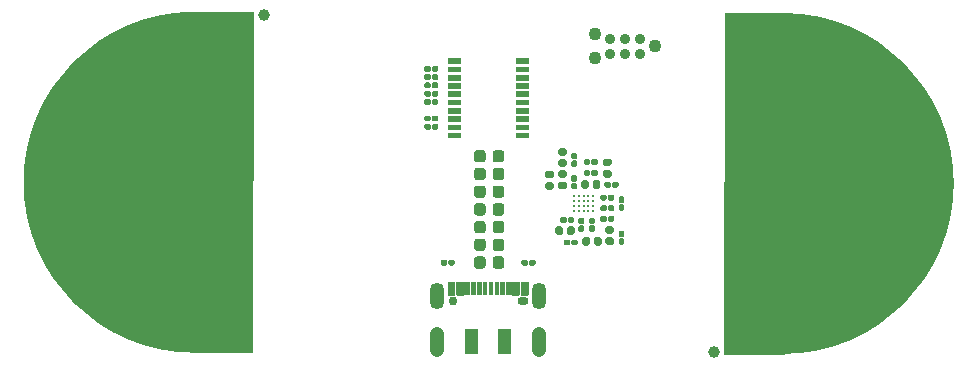
<source format=gbr>
%TF.GenerationSoftware,KiCad,Pcbnew,5.1.10-88a1d61d58~90~ubuntu20.04.1*%
%TF.CreationDate,2021-08-18T17:07:53+02:00*%
%TF.ProjectId,s1-ecg-demo,73312d65-6367-42d6-9465-6d6f2e6b6963,1*%
%TF.SameCoordinates,Original*%
%TF.FileFunction,Soldermask,Top*%
%TF.FilePolarity,Negative*%
%FSLAX46Y46*%
G04 Gerber Fmt 4.6, Leading zero omitted, Abs format (unit mm)*
G04 Created by KiCad (PCBNEW 5.1.10-88a1d61d58~90~ubuntu20.04.1) date 2021-08-18 17:07:53*
%MOMM*%
%LPD*%
G01*
G04 APERTURE LIST*
%ADD10C,0.100000*%
%ADD11C,1.900000*%
%ADD12C,0.750000*%
%ADD13O,0.950000X0.750000*%
%ADD14O,1.258000X2.558000*%
%ADD15O,1.258000X2.258000*%
%ADD16C,0.887400*%
%ADD17C,1.090600*%
%ADD18C,0.320000*%
%ADD19C,1.000000*%
G04 APERTURE END LIST*
D10*
G36*
X119150000Y-117900000D02*
G01*
X114050000Y-117900000D01*
X105000000Y-114500000D01*
X100100000Y-103500000D01*
X105000000Y-92600000D01*
X114200000Y-89100000D01*
X119200000Y-89100000D01*
X119150000Y-117900000D01*
G37*
X119150000Y-117900000D02*
X114050000Y-117900000D01*
X105000000Y-114500000D01*
X100100000Y-103500000D01*
X105000000Y-92600000D01*
X114200000Y-89100000D01*
X119200000Y-89100000D01*
X119150000Y-117900000D01*
D11*
X114200000Y-117000000D02*
G75*
G02*
X114200000Y-90000000I0J13500000D01*
G01*
X164100000Y-90100000D02*
G75*
G02*
X164100000Y-117100000I0J-13500000D01*
G01*
D10*
G36*
X173300000Y-92600000D02*
G01*
X178200000Y-103600000D01*
X173300000Y-114500000D01*
X164100000Y-118000000D01*
X159100000Y-118000000D01*
X159150000Y-89200000D01*
X164250000Y-89200000D01*
X173300000Y-92600000D01*
G37*
X173300000Y-92600000D02*
X178200000Y-103600000D01*
X173300000Y-114500000D01*
X164100000Y-118000000D01*
X159100000Y-118000000D01*
X159150000Y-89200000D01*
X164250000Y-89200000D01*
X173300000Y-92600000D01*
%TO.C,MOD1*%
G36*
X136774201Y-93490000D02*
G01*
X135674201Y-93490000D01*
X135674201Y-93010000D01*
X136774201Y-93010000D01*
X136774201Y-93490000D01*
G37*
G36*
X136774201Y-94190000D02*
G01*
X135674201Y-94190000D01*
X135674201Y-93710000D01*
X136774201Y-93710000D01*
X136774201Y-94190000D01*
G37*
G36*
X136774201Y-94890000D02*
G01*
X135674201Y-94890000D01*
X135674201Y-94410000D01*
X136774201Y-94410000D01*
X136774201Y-94890000D01*
G37*
G36*
X136774201Y-95590000D02*
G01*
X135674201Y-95590000D01*
X135674201Y-95110000D01*
X136774201Y-95110000D01*
X136774201Y-95590000D01*
G37*
G36*
X136774201Y-96290000D02*
G01*
X135674201Y-96290000D01*
X135674201Y-95810000D01*
X136774201Y-95810000D01*
X136774201Y-96290000D01*
G37*
G36*
X136774201Y-96990000D02*
G01*
X135674201Y-96990000D01*
X135674201Y-96510000D01*
X136774201Y-96510000D01*
X136774201Y-96990000D01*
G37*
G36*
X136774201Y-97690000D02*
G01*
X135674201Y-97690000D01*
X135674201Y-97210000D01*
X136774201Y-97210000D01*
X136774201Y-97690000D01*
G37*
G36*
X136774201Y-98390000D02*
G01*
X135674201Y-98390000D01*
X135674201Y-97910000D01*
X136774201Y-97910000D01*
X136774201Y-98390000D01*
G37*
G36*
X136774201Y-99090000D02*
G01*
X135674201Y-99090000D01*
X135674201Y-98610000D01*
X136774201Y-98610000D01*
X136774201Y-99090000D01*
G37*
G36*
X136774201Y-99790000D02*
G01*
X135674201Y-99790000D01*
X135674201Y-99310000D01*
X136774201Y-99310000D01*
X136774201Y-99790000D01*
G37*
G36*
X142574201Y-99790000D02*
G01*
X141474201Y-99790000D01*
X141474201Y-99310000D01*
X142574201Y-99310000D01*
X142574201Y-99790000D01*
G37*
G36*
X142574201Y-99090000D02*
G01*
X141474201Y-99090000D01*
X141474201Y-98610000D01*
X142574201Y-98610000D01*
X142574201Y-99090000D01*
G37*
G36*
X142574201Y-98390000D02*
G01*
X141474201Y-98390000D01*
X141474201Y-97910000D01*
X142574201Y-97910000D01*
X142574201Y-98390000D01*
G37*
G36*
X142574201Y-97690000D02*
G01*
X141474201Y-97690000D01*
X141474201Y-97210000D01*
X142574201Y-97210000D01*
X142574201Y-97690000D01*
G37*
G36*
X142574201Y-96990000D02*
G01*
X141474201Y-96990000D01*
X141474201Y-96510000D01*
X142574201Y-96510000D01*
X142574201Y-96990000D01*
G37*
G36*
X142574201Y-96290000D02*
G01*
X141474201Y-96290000D01*
X141474201Y-95810000D01*
X142574201Y-95810000D01*
X142574201Y-96290000D01*
G37*
G36*
X142574201Y-95590000D02*
G01*
X141474201Y-95590000D01*
X141474201Y-95110000D01*
X142574201Y-95110000D01*
X142574201Y-95590000D01*
G37*
G36*
X142574201Y-94890000D02*
G01*
X141474201Y-94890000D01*
X141474201Y-94410000D01*
X142574201Y-94410000D01*
X142574201Y-94890000D01*
G37*
G36*
X142574201Y-94190000D02*
G01*
X141474201Y-94190000D01*
X141474201Y-93710000D01*
X142574201Y-93710000D01*
X142574201Y-94190000D01*
G37*
G36*
X142574201Y-93490000D02*
G01*
X141474201Y-93490000D01*
X141474201Y-93010000D01*
X142574201Y-93010000D01*
X142574201Y-93490000D01*
G37*
G36*
X119150000Y-117900000D02*
G01*
X114050000Y-117900000D01*
X105000000Y-114500000D01*
X100100000Y-103500000D01*
X105000000Y-92600000D01*
X114200000Y-89100000D01*
X119200000Y-89100000D01*
X119150000Y-117900000D01*
G37*
X119150000Y-117900000D02*
X114050000Y-117900000D01*
X105000000Y-114500000D01*
X100100000Y-103500000D01*
X105000000Y-92600000D01*
X114200000Y-89100000D01*
X119200000Y-89100000D01*
X119150000Y-117900000D01*
D11*
X114200000Y-117000000D02*
G75*
G02*
X114200000Y-90000000I0J13500000D01*
G01*
X164100000Y-90100000D02*
G75*
G02*
X164100000Y-117100000I0J-13500000D01*
G01*
D10*
G36*
X173300000Y-92600000D02*
G01*
X178200000Y-103600000D01*
X173300000Y-114500000D01*
X164100000Y-118000000D01*
X159100000Y-118000000D01*
X159150000Y-89200000D01*
X164250000Y-89200000D01*
X173300000Y-92600000D01*
G37*
X173300000Y-92600000D02*
X178200000Y-103600000D01*
X173300000Y-114500000D01*
X164100000Y-118000000D01*
X159100000Y-118000000D01*
X159150000Y-89200000D01*
X164250000Y-89200000D01*
X173300000Y-92600000D01*
G36*
X136774201Y-93490000D02*
G01*
X135674201Y-93490000D01*
X135674201Y-93010000D01*
X136774201Y-93010000D01*
X136774201Y-93490000D01*
G37*
G36*
X136774201Y-94190000D02*
G01*
X135674201Y-94190000D01*
X135674201Y-93710000D01*
X136774201Y-93710000D01*
X136774201Y-94190000D01*
G37*
G36*
X136774201Y-94890000D02*
G01*
X135674201Y-94890000D01*
X135674201Y-94410000D01*
X136774201Y-94410000D01*
X136774201Y-94890000D01*
G37*
G36*
X136774201Y-95590000D02*
G01*
X135674201Y-95590000D01*
X135674201Y-95110000D01*
X136774201Y-95110000D01*
X136774201Y-95590000D01*
G37*
G36*
X136774201Y-96290000D02*
G01*
X135674201Y-96290000D01*
X135674201Y-95810000D01*
X136774201Y-95810000D01*
X136774201Y-96290000D01*
G37*
G36*
X136774201Y-96990000D02*
G01*
X135674201Y-96990000D01*
X135674201Y-96510000D01*
X136774201Y-96510000D01*
X136774201Y-96990000D01*
G37*
G36*
X136774201Y-97690000D02*
G01*
X135674201Y-97690000D01*
X135674201Y-97210000D01*
X136774201Y-97210000D01*
X136774201Y-97690000D01*
G37*
G36*
X136774201Y-98390000D02*
G01*
X135674201Y-98390000D01*
X135674201Y-97910000D01*
X136774201Y-97910000D01*
X136774201Y-98390000D01*
G37*
G36*
X136774201Y-99090000D02*
G01*
X135674201Y-99090000D01*
X135674201Y-98610000D01*
X136774201Y-98610000D01*
X136774201Y-99090000D01*
G37*
G36*
X136774201Y-99790000D02*
G01*
X135674201Y-99790000D01*
X135674201Y-99310000D01*
X136774201Y-99310000D01*
X136774201Y-99790000D01*
G37*
G36*
X142574201Y-99790000D02*
G01*
X141474201Y-99790000D01*
X141474201Y-99310000D01*
X142574201Y-99310000D01*
X142574201Y-99790000D01*
G37*
G36*
X142574201Y-99090000D02*
G01*
X141474201Y-99090000D01*
X141474201Y-98610000D01*
X142574201Y-98610000D01*
X142574201Y-99090000D01*
G37*
G36*
X142574201Y-98390000D02*
G01*
X141474201Y-98390000D01*
X141474201Y-97910000D01*
X142574201Y-97910000D01*
X142574201Y-98390000D01*
G37*
G36*
X142574201Y-97690000D02*
G01*
X141474201Y-97690000D01*
X141474201Y-97210000D01*
X142574201Y-97210000D01*
X142574201Y-97690000D01*
G37*
G36*
X142574201Y-96990000D02*
G01*
X141474201Y-96990000D01*
X141474201Y-96510000D01*
X142574201Y-96510000D01*
X142574201Y-96990000D01*
G37*
G36*
X142574201Y-96290000D02*
G01*
X141474201Y-96290000D01*
X141474201Y-95810000D01*
X142574201Y-95810000D01*
X142574201Y-96290000D01*
G37*
G36*
X142574201Y-95590000D02*
G01*
X141474201Y-95590000D01*
X141474201Y-95110000D01*
X142574201Y-95110000D01*
X142574201Y-95590000D01*
G37*
G36*
X142574201Y-94890000D02*
G01*
X141474201Y-94890000D01*
X141474201Y-94410000D01*
X142574201Y-94410000D01*
X142574201Y-94890000D01*
G37*
G36*
X142574201Y-94190000D02*
G01*
X141474201Y-94190000D01*
X141474201Y-93710000D01*
X142574201Y-93710000D01*
X142574201Y-94190000D01*
G37*
G36*
X142574201Y-93490000D02*
G01*
X141474201Y-93490000D01*
X141474201Y-93010000D01*
X142574201Y-93010000D01*
X142574201Y-93490000D01*
G37*
%TD*%
%TO.C,C8*%
G36*
G01*
X144495000Y-103170000D02*
X144105000Y-103170000D01*
G75*
G02*
X143940000Y-103005000I0J165000D01*
G01*
X143940000Y-102675000D01*
G75*
G02*
X144105000Y-102510000I165000J0D01*
G01*
X144495000Y-102510000D01*
G75*
G02*
X144660000Y-102675000I0J-165000D01*
G01*
X144660000Y-103005000D01*
G75*
G02*
X144495000Y-103170000I-165000J0D01*
G01*
G37*
G36*
G01*
X144495000Y-104130000D02*
X144105000Y-104130000D01*
G75*
G02*
X143940000Y-103965000I0J165000D01*
G01*
X143940000Y-103635000D01*
G75*
G02*
X144105000Y-103470000I165000J0D01*
G01*
X144495000Y-103470000D01*
G75*
G02*
X144660000Y-103635000I0J-165000D01*
G01*
X144660000Y-103965000D01*
G75*
G02*
X144495000Y-104130000I-165000J0D01*
G01*
G37*
%TD*%
%TO.C,J4*%
G36*
G01*
X135670600Y-113046101D02*
X135670600Y-111953899D01*
G75*
G02*
X135720599Y-111903900I49999J0D01*
G01*
X136279401Y-111903900D01*
G75*
G02*
X136329400Y-111953899I0J-49999D01*
G01*
X136329400Y-113046101D01*
G75*
G02*
X136279401Y-113096100I-49999J0D01*
G01*
X135720599Y-113096100D01*
G75*
G02*
X135670600Y-113046101I0J49999D01*
G01*
G37*
G36*
G01*
X136420599Y-113046101D02*
X136420599Y-111953899D01*
G75*
G02*
X136470598Y-111903900I49999J0D01*
G01*
X137029400Y-111903900D01*
G75*
G02*
X137079399Y-111953899I0J-49999D01*
G01*
X137079399Y-113046101D01*
G75*
G02*
X137029400Y-113096100I-49999J0D01*
G01*
X136470598Y-113096100D01*
G75*
G02*
X136420599Y-113046101I0J49999D01*
G01*
G37*
G36*
G01*
X137147601Y-113020700D02*
X137147601Y-111979300D01*
G75*
G02*
X137197601Y-111929300I50000J0D01*
G01*
X137502401Y-111929300D01*
G75*
G02*
X137552401Y-111979300I0J-50000D01*
G01*
X137552401Y-113020700D01*
G75*
G02*
X137502401Y-113070700I-50000J0D01*
G01*
X137197601Y-113070700D01*
G75*
G02*
X137147601Y-113020700I0J50000D01*
G01*
G37*
G36*
G01*
X137647600Y-113020700D02*
X137647600Y-111979300D01*
G75*
G02*
X137697600Y-111929300I50000J0D01*
G01*
X138002400Y-111929300D01*
G75*
G02*
X138052400Y-111979300I0J-50000D01*
G01*
X138052400Y-113020700D01*
G75*
G02*
X138002400Y-113070700I-50000J0D01*
G01*
X137697600Y-113070700D01*
G75*
G02*
X137647600Y-113020700I0J50000D01*
G01*
G37*
G36*
G01*
X138147599Y-113020700D02*
X138147599Y-111979300D01*
G75*
G02*
X138197599Y-111929300I50000J0D01*
G01*
X138502399Y-111929300D01*
G75*
G02*
X138552399Y-111979300I0J-50000D01*
G01*
X138552399Y-113020700D01*
G75*
G02*
X138502399Y-113070700I-50000J0D01*
G01*
X138197599Y-113070700D01*
G75*
G02*
X138147599Y-113020700I0J50000D01*
G01*
G37*
G36*
G01*
X138647600Y-113020700D02*
X138647600Y-111979300D01*
G75*
G02*
X138697600Y-111929300I50000J0D01*
G01*
X139002400Y-111929300D01*
G75*
G02*
X139052400Y-111979300I0J-50000D01*
G01*
X139052400Y-113020700D01*
G75*
G02*
X139002400Y-113070700I-50000J0D01*
G01*
X138697600Y-113070700D01*
G75*
G02*
X138647600Y-113020700I0J50000D01*
G01*
G37*
G36*
G01*
X139147599Y-113020700D02*
X139147599Y-111979300D01*
G75*
G02*
X139197599Y-111929300I50000J0D01*
G01*
X139502399Y-111929300D01*
G75*
G02*
X139552399Y-111979300I0J-50000D01*
G01*
X139552399Y-113020700D01*
G75*
G02*
X139502399Y-113070700I-50000J0D01*
G01*
X139197599Y-113070700D01*
G75*
G02*
X139147599Y-113020700I0J50000D01*
G01*
G37*
G36*
G01*
X139647601Y-113020700D02*
X139647601Y-111979300D01*
G75*
G02*
X139697601Y-111929300I50000J0D01*
G01*
X140002401Y-111929300D01*
G75*
G02*
X140052401Y-111979300I0J-50000D01*
G01*
X140052401Y-113020700D01*
G75*
G02*
X140002401Y-113070700I-50000J0D01*
G01*
X139697601Y-113070700D01*
G75*
G02*
X139647601Y-113020700I0J50000D01*
G01*
G37*
G36*
G01*
X140147600Y-113020700D02*
X140147600Y-111979300D01*
G75*
G02*
X140197600Y-111929300I50000J0D01*
G01*
X140502400Y-111929300D01*
G75*
G02*
X140552400Y-111979300I0J-50000D01*
G01*
X140552400Y-113020700D01*
G75*
G02*
X140502400Y-113070700I-50000J0D01*
G01*
X140197600Y-113070700D01*
G75*
G02*
X140147600Y-113020700I0J50000D01*
G01*
G37*
G36*
G01*
X140647599Y-113020700D02*
X140647599Y-111979300D01*
G75*
G02*
X140697599Y-111929300I50000J0D01*
G01*
X141002399Y-111929300D01*
G75*
G02*
X141052399Y-111979300I0J-50000D01*
G01*
X141052399Y-113020700D01*
G75*
G02*
X141002399Y-113070700I-50000J0D01*
G01*
X140697599Y-113070700D01*
G75*
G02*
X140647599Y-113020700I0J50000D01*
G01*
G37*
G36*
G01*
X141120600Y-113046101D02*
X141120600Y-111953899D01*
G75*
G02*
X141170599Y-111903900I49999J0D01*
G01*
X141729401Y-111903900D01*
G75*
G02*
X141779400Y-111953899I0J-49999D01*
G01*
X141779400Y-113046101D01*
G75*
G02*
X141729401Y-113096100I-49999J0D01*
G01*
X141170599Y-113096100D01*
G75*
G02*
X141120600Y-113046101I0J49999D01*
G01*
G37*
G36*
G01*
X141870599Y-113046101D02*
X141870599Y-111953899D01*
G75*
G02*
X141920598Y-111903900I49999J0D01*
G01*
X142479400Y-111903900D01*
G75*
G02*
X142529399Y-111953899I0J-49999D01*
G01*
X142529399Y-113046101D01*
G75*
G02*
X142479400Y-113096100I-49999J0D01*
G01*
X141920598Y-113096100D01*
G75*
G02*
X141870599Y-113046101I0J49999D01*
G01*
G37*
G36*
G01*
X138195300Y-118049300D02*
X137204700Y-118049300D01*
G75*
G02*
X137154700Y-117999300I0J50000D01*
G01*
X137154700Y-115992700D01*
G75*
G02*
X137204700Y-115942700I50000J0D01*
G01*
X138195300Y-115942700D01*
G75*
G02*
X138245300Y-115992700I0J-50000D01*
G01*
X138245300Y-117999300D01*
G75*
G02*
X138195300Y-118049300I-50000J0D01*
G01*
G37*
G36*
G01*
X140995299Y-118049300D02*
X140004699Y-118049300D01*
G75*
G02*
X139954699Y-117999300I0J50000D01*
G01*
X139954699Y-115992700D01*
G75*
G02*
X140004699Y-115942700I50000J0D01*
G01*
X140995299Y-115942700D01*
G75*
G02*
X141045299Y-115992700I0J-50000D01*
G01*
X141045299Y-117999300D01*
G75*
G02*
X140995299Y-118049300I-50000J0D01*
G01*
G37*
D12*
X136100000Y-113554000D03*
D13*
X142099999Y-113554001D03*
D14*
X134779998Y-116996000D03*
D15*
X134779998Y-113170999D03*
D14*
X143420001Y-116996000D03*
D15*
X143419601Y-113170999D03*
%TD*%
%TO.C,R22*%
G36*
G01*
X135720000Y-110425000D02*
X135720000Y-110175000D01*
G75*
G02*
X135845000Y-110050000I125000J0D01*
G01*
X136155000Y-110050000D01*
G75*
G02*
X136280000Y-110175000I0J-125000D01*
G01*
X136280000Y-110425000D01*
G75*
G02*
X136155000Y-110550000I-125000J0D01*
G01*
X135845000Y-110550000D01*
G75*
G02*
X135720000Y-110425000I0J125000D01*
G01*
G37*
G36*
G01*
X135080000Y-110425000D02*
X135080000Y-110175000D01*
G75*
G02*
X135205000Y-110050000I125000J0D01*
G01*
X135515000Y-110050000D01*
G75*
G02*
X135640000Y-110175000I0J-125000D01*
G01*
X135640000Y-110425000D01*
G75*
G02*
X135515000Y-110550000I-125000J0D01*
G01*
X135205000Y-110550000D01*
G75*
G02*
X135080000Y-110425000I0J125000D01*
G01*
G37*
%TD*%
%TO.C,LED4*%
G36*
G01*
X138895799Y-107018750D02*
X138895799Y-107581250D01*
G75*
G02*
X138652049Y-107825000I-243750J0D01*
G01*
X138164549Y-107825000D01*
G75*
G02*
X137920799Y-107581250I0J243750D01*
G01*
X137920799Y-107018750D01*
G75*
G02*
X138164549Y-106775000I243750J0D01*
G01*
X138652049Y-106775000D01*
G75*
G02*
X138895799Y-107018750I0J-243750D01*
G01*
G37*
G36*
G01*
X140470799Y-107018750D02*
X140470799Y-107581250D01*
G75*
G02*
X140227049Y-107825000I-243750J0D01*
G01*
X139739549Y-107825000D01*
G75*
G02*
X139495799Y-107581250I0J243750D01*
G01*
X139495799Y-107018750D01*
G75*
G02*
X139739549Y-106775000I243750J0D01*
G01*
X140227049Y-106775000D01*
G75*
G02*
X140470799Y-107018750I0J-243750D01*
G01*
G37*
%TD*%
%TO.C,R13*%
G36*
G01*
X148025000Y-107060000D02*
X147775000Y-107060000D01*
G75*
G02*
X147650000Y-106935000I0J125000D01*
G01*
X147650000Y-106625000D01*
G75*
G02*
X147775000Y-106500000I125000J0D01*
G01*
X148025000Y-106500000D01*
G75*
G02*
X148150000Y-106625000I0J-125000D01*
G01*
X148150000Y-106935000D01*
G75*
G02*
X148025000Y-107060000I-125000J0D01*
G01*
G37*
G36*
G01*
X148025000Y-107700000D02*
X147775000Y-107700000D01*
G75*
G02*
X147650000Y-107575000I0J125000D01*
G01*
X147650000Y-107265000D01*
G75*
G02*
X147775000Y-107140000I125000J0D01*
G01*
X148025000Y-107140000D01*
G75*
G02*
X148150000Y-107265000I0J-125000D01*
G01*
X148150000Y-107575000D01*
G75*
G02*
X148025000Y-107700000I-125000J0D01*
G01*
G37*
%TD*%
%TO.C,R20*%
G36*
G01*
X134340000Y-96825000D02*
X134340000Y-96575000D01*
G75*
G02*
X134465000Y-96450000I125000J0D01*
G01*
X134775000Y-96450000D01*
G75*
G02*
X134900000Y-96575000I0J-125000D01*
G01*
X134900000Y-96825000D01*
G75*
G02*
X134775000Y-96950000I-125000J0D01*
G01*
X134465000Y-96950000D01*
G75*
G02*
X134340000Y-96825000I0J125000D01*
G01*
G37*
G36*
G01*
X133700000Y-96825000D02*
X133700000Y-96575000D01*
G75*
G02*
X133825000Y-96450000I125000J0D01*
G01*
X134135000Y-96450000D01*
G75*
G02*
X134260000Y-96575000I0J-125000D01*
G01*
X134260000Y-96825000D01*
G75*
G02*
X134135000Y-96950000I-125000J0D01*
G01*
X133825000Y-96950000D01*
G75*
G02*
X133700000Y-96825000I0J125000D01*
G01*
G37*
%TD*%
%TO.C,R17*%
G36*
G01*
X134340000Y-98225000D02*
X134340000Y-97975000D01*
G75*
G02*
X134465000Y-97850000I125000J0D01*
G01*
X134775000Y-97850000D01*
G75*
G02*
X134900000Y-97975000I0J-125000D01*
G01*
X134900000Y-98225000D01*
G75*
G02*
X134775000Y-98350000I-125000J0D01*
G01*
X134465000Y-98350000D01*
G75*
G02*
X134340000Y-98225000I0J125000D01*
G01*
G37*
G36*
G01*
X133700000Y-98225000D02*
X133700000Y-97975000D01*
G75*
G02*
X133825000Y-97850000I125000J0D01*
G01*
X134135000Y-97850000D01*
G75*
G02*
X134260000Y-97975000I0J-125000D01*
G01*
X134260000Y-98225000D01*
G75*
G02*
X134135000Y-98350000I-125000J0D01*
G01*
X133825000Y-98350000D01*
G75*
G02*
X133700000Y-98225000I0J125000D01*
G01*
G37*
%TD*%
%TO.C,R16*%
G36*
G01*
X134340000Y-98925000D02*
X134340000Y-98675000D01*
G75*
G02*
X134465000Y-98550000I125000J0D01*
G01*
X134775000Y-98550000D01*
G75*
G02*
X134900000Y-98675000I0J-125000D01*
G01*
X134900000Y-98925000D01*
G75*
G02*
X134775000Y-99050000I-125000J0D01*
G01*
X134465000Y-99050000D01*
G75*
G02*
X134340000Y-98925000I0J125000D01*
G01*
G37*
G36*
G01*
X133700000Y-98925000D02*
X133700000Y-98675000D01*
G75*
G02*
X133825000Y-98550000I125000J0D01*
G01*
X134135000Y-98550000D01*
G75*
G02*
X134260000Y-98675000I0J-125000D01*
G01*
X134260000Y-98925000D01*
G75*
G02*
X134135000Y-99050000I-125000J0D01*
G01*
X133825000Y-99050000D01*
G75*
G02*
X133700000Y-98925000I0J125000D01*
G01*
G37*
%TD*%
%TO.C,R15*%
G36*
G01*
X134340000Y-95425000D02*
X134340000Y-95175000D01*
G75*
G02*
X134465000Y-95050000I125000J0D01*
G01*
X134775000Y-95050000D01*
G75*
G02*
X134900000Y-95175000I0J-125000D01*
G01*
X134900000Y-95425000D01*
G75*
G02*
X134775000Y-95550000I-125000J0D01*
G01*
X134465000Y-95550000D01*
G75*
G02*
X134340000Y-95425000I0J125000D01*
G01*
G37*
G36*
G01*
X133700000Y-95425000D02*
X133700000Y-95175000D01*
G75*
G02*
X133825000Y-95050000I125000J0D01*
G01*
X134135000Y-95050000D01*
G75*
G02*
X134260000Y-95175000I0J-125000D01*
G01*
X134260000Y-95425000D01*
G75*
G02*
X134135000Y-95550000I-125000J0D01*
G01*
X133825000Y-95550000D01*
G75*
G02*
X133700000Y-95425000I0J125000D01*
G01*
G37*
%TD*%
%TO.C,R14*%
G36*
G01*
X134340000Y-94725000D02*
X134340000Y-94475000D01*
G75*
G02*
X134465000Y-94350000I125000J0D01*
G01*
X134775000Y-94350000D01*
G75*
G02*
X134900000Y-94475000I0J-125000D01*
G01*
X134900000Y-94725000D01*
G75*
G02*
X134775000Y-94850000I-125000J0D01*
G01*
X134465000Y-94850000D01*
G75*
G02*
X134340000Y-94725000I0J125000D01*
G01*
G37*
G36*
G01*
X133700000Y-94725000D02*
X133700000Y-94475000D01*
G75*
G02*
X133825000Y-94350000I125000J0D01*
G01*
X134135000Y-94350000D01*
G75*
G02*
X134260000Y-94475000I0J-125000D01*
G01*
X134260000Y-94725000D01*
G75*
G02*
X134135000Y-94850000I-125000J0D01*
G01*
X133825000Y-94850000D01*
G75*
G02*
X133700000Y-94725000I0J125000D01*
G01*
G37*
%TD*%
%TO.C,R6*%
G36*
G01*
X134340000Y-94025000D02*
X134340000Y-93775000D01*
G75*
G02*
X134465000Y-93650000I125000J0D01*
G01*
X134775000Y-93650000D01*
G75*
G02*
X134900000Y-93775000I0J-125000D01*
G01*
X134900000Y-94025000D01*
G75*
G02*
X134775000Y-94150000I-125000J0D01*
G01*
X134465000Y-94150000D01*
G75*
G02*
X134340000Y-94025000I0J125000D01*
G01*
G37*
G36*
G01*
X133700000Y-94025000D02*
X133700000Y-93775000D01*
G75*
G02*
X133825000Y-93650000I125000J0D01*
G01*
X134135000Y-93650000D01*
G75*
G02*
X134260000Y-93775000I0J-125000D01*
G01*
X134260000Y-94025000D01*
G75*
G02*
X134135000Y-94150000I-125000J0D01*
G01*
X133825000Y-94150000D01*
G75*
G02*
X133700000Y-94025000I0J125000D01*
G01*
G37*
%TD*%
%TO.C,R21*%
G36*
G01*
X146525000Y-101560000D02*
X146275000Y-101560000D01*
G75*
G02*
X146150000Y-101435000I0J125000D01*
G01*
X146150000Y-101125000D01*
G75*
G02*
X146275000Y-101000000I125000J0D01*
G01*
X146525000Y-101000000D01*
G75*
G02*
X146650000Y-101125000I0J-125000D01*
G01*
X146650000Y-101435000D01*
G75*
G02*
X146525000Y-101560000I-125000J0D01*
G01*
G37*
G36*
G01*
X146525000Y-102200000D02*
X146275000Y-102200000D01*
G75*
G02*
X146150000Y-102075000I0J125000D01*
G01*
X146150000Y-101765000D01*
G75*
G02*
X146275000Y-101640000I125000J0D01*
G01*
X146525000Y-101640000D01*
G75*
G02*
X146650000Y-101765000I0J-125000D01*
G01*
X146650000Y-102075000D01*
G75*
G02*
X146525000Y-102200000I-125000J0D01*
G01*
G37*
%TD*%
%TO.C,R19*%
G36*
G01*
X146275000Y-103540000D02*
X146525000Y-103540000D01*
G75*
G02*
X146650000Y-103665000I0J-125000D01*
G01*
X146650000Y-103975000D01*
G75*
G02*
X146525000Y-104100000I-125000J0D01*
G01*
X146275000Y-104100000D01*
G75*
G02*
X146150000Y-103975000I0J125000D01*
G01*
X146150000Y-103665000D01*
G75*
G02*
X146275000Y-103540000I125000J0D01*
G01*
G37*
G36*
G01*
X146275000Y-102900000D02*
X146525000Y-102900000D01*
G75*
G02*
X146650000Y-103025000I0J-125000D01*
G01*
X146650000Y-103335000D01*
G75*
G02*
X146525000Y-103460000I-125000J0D01*
G01*
X146275000Y-103460000D01*
G75*
G02*
X146150000Y-103335000I0J125000D01*
G01*
X146150000Y-103025000D01*
G75*
G02*
X146275000Y-102900000I125000J0D01*
G01*
G37*
%TD*%
%TO.C,R18*%
G36*
G01*
X147840000Y-102825000D02*
X147840000Y-102575000D01*
G75*
G02*
X147965000Y-102450000I125000J0D01*
G01*
X148275000Y-102450000D01*
G75*
G02*
X148400000Y-102575000I0J-125000D01*
G01*
X148400000Y-102825000D01*
G75*
G02*
X148275000Y-102950000I-125000J0D01*
G01*
X147965000Y-102950000D01*
G75*
G02*
X147840000Y-102825000I0J125000D01*
G01*
G37*
G36*
G01*
X147200000Y-102825000D02*
X147200000Y-102575000D01*
G75*
G02*
X147325000Y-102450000I125000J0D01*
G01*
X147635000Y-102450000D01*
G75*
G02*
X147760000Y-102575000I0J-125000D01*
G01*
X147760000Y-102825000D01*
G75*
G02*
X147635000Y-102950000I-125000J0D01*
G01*
X147325000Y-102950000D01*
G75*
G02*
X147200000Y-102825000I0J125000D01*
G01*
G37*
%TD*%
%TO.C,R12*%
G36*
G01*
X149240000Y-105825000D02*
X149240000Y-105575000D01*
G75*
G02*
X149365000Y-105450000I125000J0D01*
G01*
X149675000Y-105450000D01*
G75*
G02*
X149800000Y-105575000I0J-125000D01*
G01*
X149800000Y-105825000D01*
G75*
G02*
X149675000Y-105950000I-125000J0D01*
G01*
X149365000Y-105950000D01*
G75*
G02*
X149240000Y-105825000I0J125000D01*
G01*
G37*
G36*
G01*
X148600000Y-105825000D02*
X148600000Y-105575000D01*
G75*
G02*
X148725000Y-105450000I125000J0D01*
G01*
X149035000Y-105450000D01*
G75*
G02*
X149160000Y-105575000I0J-125000D01*
G01*
X149160000Y-105825000D01*
G75*
G02*
X149035000Y-105950000I-125000J0D01*
G01*
X148725000Y-105950000D01*
G75*
G02*
X148600000Y-105825000I0J125000D01*
G01*
G37*
%TD*%
%TO.C,R11*%
G36*
G01*
X149240000Y-104925000D02*
X149240000Y-104675000D01*
G75*
G02*
X149365000Y-104550000I125000J0D01*
G01*
X149675000Y-104550000D01*
G75*
G02*
X149800000Y-104675000I0J-125000D01*
G01*
X149800000Y-104925000D01*
G75*
G02*
X149675000Y-105050000I-125000J0D01*
G01*
X149365000Y-105050000D01*
G75*
G02*
X149240000Y-104925000I0J125000D01*
G01*
G37*
G36*
G01*
X148600000Y-104925000D02*
X148600000Y-104675000D01*
G75*
G02*
X148725000Y-104550000I125000J0D01*
G01*
X149035000Y-104550000D01*
G75*
G02*
X149160000Y-104675000I0J-125000D01*
G01*
X149160000Y-104925000D01*
G75*
G02*
X149035000Y-105050000I-125000J0D01*
G01*
X148725000Y-105050000D01*
G75*
G02*
X148600000Y-104925000I0J125000D01*
G01*
G37*
%TD*%
%TO.C,R10*%
G36*
G01*
X146060000Y-108475000D02*
X146060000Y-108725000D01*
G75*
G02*
X145935000Y-108850000I-125000J0D01*
G01*
X145625000Y-108850000D01*
G75*
G02*
X145500000Y-108725000I0J125000D01*
G01*
X145500000Y-108475000D01*
G75*
G02*
X145625000Y-108350000I125000J0D01*
G01*
X145935000Y-108350000D01*
G75*
G02*
X146060000Y-108475000I0J-125000D01*
G01*
G37*
G36*
G01*
X146700000Y-108475000D02*
X146700000Y-108725000D01*
G75*
G02*
X146575000Y-108850000I-125000J0D01*
G01*
X146265000Y-108850000D01*
G75*
G02*
X146140000Y-108725000I0J125000D01*
G01*
X146140000Y-108475000D01*
G75*
G02*
X146265000Y-108350000I125000J0D01*
G01*
X146575000Y-108350000D01*
G75*
G02*
X146700000Y-108475000I0J-125000D01*
G01*
G37*
%TD*%
%TO.C,R3*%
G36*
G01*
X150525000Y-108160000D02*
X150275000Y-108160000D01*
G75*
G02*
X150150000Y-108035000I0J125000D01*
G01*
X150150000Y-107725000D01*
G75*
G02*
X150275000Y-107600000I125000J0D01*
G01*
X150525000Y-107600000D01*
G75*
G02*
X150650000Y-107725000I0J-125000D01*
G01*
X150650000Y-108035000D01*
G75*
G02*
X150525000Y-108160000I-125000J0D01*
G01*
G37*
G36*
G01*
X150525000Y-108800000D02*
X150275000Y-108800000D01*
G75*
G02*
X150150000Y-108675000I0J125000D01*
G01*
X150150000Y-108365000D01*
G75*
G02*
X150275000Y-108240000I125000J0D01*
G01*
X150525000Y-108240000D01*
G75*
G02*
X150650000Y-108365000I0J-125000D01*
G01*
X150650000Y-108675000D01*
G75*
G02*
X150525000Y-108800000I-125000J0D01*
G01*
G37*
%TD*%
%TO.C,R8*%
G36*
G01*
X145760000Y-106575000D02*
X145760000Y-106825000D01*
G75*
G02*
X145635000Y-106950000I-125000J0D01*
G01*
X145325000Y-106950000D01*
G75*
G02*
X145200000Y-106825000I0J125000D01*
G01*
X145200000Y-106575000D01*
G75*
G02*
X145325000Y-106450000I125000J0D01*
G01*
X145635000Y-106450000D01*
G75*
G02*
X145760000Y-106575000I0J-125000D01*
G01*
G37*
G36*
G01*
X146400000Y-106575000D02*
X146400000Y-106825000D01*
G75*
G02*
X146275000Y-106950000I-125000J0D01*
G01*
X145965000Y-106950000D01*
G75*
G02*
X145840000Y-106825000I0J125000D01*
G01*
X145840000Y-106575000D01*
G75*
G02*
X145965000Y-106450000I125000J0D01*
G01*
X146275000Y-106450000D01*
G75*
G02*
X146400000Y-106575000I0J-125000D01*
G01*
G37*
%TD*%
%TO.C,R7*%
G36*
G01*
X147125000Y-107060000D02*
X146875000Y-107060000D01*
G75*
G02*
X146750000Y-106935000I0J125000D01*
G01*
X146750000Y-106625000D01*
G75*
G02*
X146875000Y-106500000I125000J0D01*
G01*
X147125000Y-106500000D01*
G75*
G02*
X147250000Y-106625000I0J-125000D01*
G01*
X147250000Y-106935000D01*
G75*
G02*
X147125000Y-107060000I-125000J0D01*
G01*
G37*
G36*
G01*
X147125000Y-107700000D02*
X146875000Y-107700000D01*
G75*
G02*
X146750000Y-107575000I0J125000D01*
G01*
X146750000Y-107265000D01*
G75*
G02*
X146875000Y-107140000I125000J0D01*
G01*
X147125000Y-107140000D01*
G75*
G02*
X147250000Y-107265000I0J-125000D01*
G01*
X147250000Y-107575000D01*
G75*
G02*
X147125000Y-107700000I-125000J0D01*
G01*
G37*
%TD*%
%TO.C,R9*%
G36*
G01*
X150275000Y-105340000D02*
X150525000Y-105340000D01*
G75*
G02*
X150650000Y-105465000I0J-125000D01*
G01*
X150650000Y-105775000D01*
G75*
G02*
X150525000Y-105900000I-125000J0D01*
G01*
X150275000Y-105900000D01*
G75*
G02*
X150150000Y-105775000I0J125000D01*
G01*
X150150000Y-105465000D01*
G75*
G02*
X150275000Y-105340000I125000J0D01*
G01*
G37*
G36*
G01*
X150275000Y-104700000D02*
X150525000Y-104700000D01*
G75*
G02*
X150650000Y-104825000I0J-125000D01*
G01*
X150650000Y-105135000D01*
G75*
G02*
X150525000Y-105260000I-125000J0D01*
G01*
X150275000Y-105260000D01*
G75*
G02*
X150150000Y-105135000I0J125000D01*
G01*
X150150000Y-104825000D01*
G75*
G02*
X150275000Y-104700000I125000J0D01*
G01*
G37*
%TD*%
%TO.C,R5*%
G36*
G01*
X149160000Y-106475000D02*
X149160000Y-106725000D01*
G75*
G02*
X149035000Y-106850000I-125000J0D01*
G01*
X148725000Y-106850000D01*
G75*
G02*
X148600000Y-106725000I0J125000D01*
G01*
X148600000Y-106475000D01*
G75*
G02*
X148725000Y-106350000I125000J0D01*
G01*
X149035000Y-106350000D01*
G75*
G02*
X149160000Y-106475000I0J-125000D01*
G01*
G37*
G36*
G01*
X149800000Y-106475000D02*
X149800000Y-106725000D01*
G75*
G02*
X149675000Y-106850000I-125000J0D01*
G01*
X149365000Y-106850000D01*
G75*
G02*
X149240000Y-106725000I0J125000D01*
G01*
X149240000Y-106475000D01*
G75*
G02*
X149365000Y-106350000I125000J0D01*
G01*
X149675000Y-106350000D01*
G75*
G02*
X149800000Y-106475000I0J-125000D01*
G01*
G37*
%TD*%
%TO.C,R2*%
G36*
G01*
X147760000Y-101675000D02*
X147760000Y-101925000D01*
G75*
G02*
X147635000Y-102050000I-125000J0D01*
G01*
X147325000Y-102050000D01*
G75*
G02*
X147200000Y-101925000I0J125000D01*
G01*
X147200000Y-101675000D01*
G75*
G02*
X147325000Y-101550000I125000J0D01*
G01*
X147635000Y-101550000D01*
G75*
G02*
X147760000Y-101675000I0J-125000D01*
G01*
G37*
G36*
G01*
X148400000Y-101675000D02*
X148400000Y-101925000D01*
G75*
G02*
X148275000Y-102050000I-125000J0D01*
G01*
X147965000Y-102050000D01*
G75*
G02*
X147840000Y-101925000I0J125000D01*
G01*
X147840000Y-101675000D01*
G75*
G02*
X147965000Y-101550000I125000J0D01*
G01*
X148275000Y-101550000D01*
G75*
G02*
X148400000Y-101675000I0J-125000D01*
G01*
G37*
%TD*%
%TO.C,R1*%
G36*
G01*
X149510000Y-103575000D02*
X149510000Y-103825000D01*
G75*
G02*
X149385000Y-103950000I-125000J0D01*
G01*
X149075000Y-103950000D01*
G75*
G02*
X148950000Y-103825000I0J125000D01*
G01*
X148950000Y-103575000D01*
G75*
G02*
X149075000Y-103450000I125000J0D01*
G01*
X149385000Y-103450000D01*
G75*
G02*
X149510000Y-103575000I0J-125000D01*
G01*
G37*
G36*
G01*
X150150000Y-103575000D02*
X150150000Y-103825000D01*
G75*
G02*
X150025000Y-103950000I-125000J0D01*
G01*
X149715000Y-103950000D01*
G75*
G02*
X149590000Y-103825000I0J125000D01*
G01*
X149590000Y-103575000D01*
G75*
G02*
X149715000Y-103450000I125000J0D01*
G01*
X150025000Y-103450000D01*
G75*
G02*
X150150000Y-103575000I0J-125000D01*
G01*
G37*
%TD*%
%TO.C,R4*%
G36*
G01*
X134340000Y-96125000D02*
X134340000Y-95875000D01*
G75*
G02*
X134465000Y-95750000I125000J0D01*
G01*
X134775000Y-95750000D01*
G75*
G02*
X134900000Y-95875000I0J-125000D01*
G01*
X134900000Y-96125000D01*
G75*
G02*
X134775000Y-96250000I-125000J0D01*
G01*
X134465000Y-96250000D01*
G75*
G02*
X134340000Y-96125000I0J125000D01*
G01*
G37*
G36*
G01*
X133700000Y-96125000D02*
X133700000Y-95875000D01*
G75*
G02*
X133825000Y-95750000I125000J0D01*
G01*
X134135000Y-95750000D01*
G75*
G02*
X134260000Y-95875000I0J-125000D01*
G01*
X134260000Y-96125000D01*
G75*
G02*
X134135000Y-96250000I-125000J0D01*
G01*
X133825000Y-96250000D01*
G75*
G02*
X133700000Y-96125000I0J125000D01*
G01*
G37*
%TD*%
%TO.C,R23*%
G36*
G01*
X142480000Y-110175000D02*
X142480000Y-110425000D01*
G75*
G02*
X142355000Y-110550000I-125000J0D01*
G01*
X142045000Y-110550000D01*
G75*
G02*
X141920000Y-110425000I0J125000D01*
G01*
X141920000Y-110175000D01*
G75*
G02*
X142045000Y-110050000I125000J0D01*
G01*
X142355000Y-110050000D01*
G75*
G02*
X142480000Y-110175000I0J-125000D01*
G01*
G37*
G36*
G01*
X143120000Y-110175000D02*
X143120000Y-110425000D01*
G75*
G02*
X142995000Y-110550000I-125000J0D01*
G01*
X142685000Y-110550000D01*
G75*
G02*
X142560000Y-110425000I0J125000D01*
G01*
X142560000Y-110175000D01*
G75*
G02*
X142685000Y-110050000I125000J0D01*
G01*
X142995000Y-110050000D01*
G75*
G02*
X143120000Y-110175000I0J-125000D01*
G01*
G37*
%TD*%
%TO.C,LED7*%
G36*
G01*
X138895799Y-104018750D02*
X138895799Y-104581250D01*
G75*
G02*
X138652049Y-104825000I-243750J0D01*
G01*
X138164549Y-104825000D01*
G75*
G02*
X137920799Y-104581250I0J243750D01*
G01*
X137920799Y-104018750D01*
G75*
G02*
X138164549Y-103775000I243750J0D01*
G01*
X138652049Y-103775000D01*
G75*
G02*
X138895799Y-104018750I0J-243750D01*
G01*
G37*
G36*
G01*
X140470799Y-104018750D02*
X140470799Y-104581250D01*
G75*
G02*
X140227049Y-104825000I-243750J0D01*
G01*
X139739549Y-104825000D01*
G75*
G02*
X139495799Y-104581250I0J243750D01*
G01*
X139495799Y-104018750D01*
G75*
G02*
X139739549Y-103775000I243750J0D01*
G01*
X140227049Y-103775000D01*
G75*
G02*
X140470799Y-104018750I0J-243750D01*
G01*
G37*
%TD*%
%TO.C,LED6*%
G36*
G01*
X138895799Y-102518750D02*
X138895799Y-103081250D01*
G75*
G02*
X138652049Y-103325000I-243750J0D01*
G01*
X138164549Y-103325000D01*
G75*
G02*
X137920799Y-103081250I0J243750D01*
G01*
X137920799Y-102518750D01*
G75*
G02*
X138164549Y-102275000I243750J0D01*
G01*
X138652049Y-102275000D01*
G75*
G02*
X138895799Y-102518750I0J-243750D01*
G01*
G37*
G36*
G01*
X140470799Y-102518750D02*
X140470799Y-103081250D01*
G75*
G02*
X140227049Y-103325000I-243750J0D01*
G01*
X139739549Y-103325000D01*
G75*
G02*
X139495799Y-103081250I0J243750D01*
G01*
X139495799Y-102518750D01*
G75*
G02*
X139739549Y-102275000I243750J0D01*
G01*
X140227049Y-102275000D01*
G75*
G02*
X140470799Y-102518750I0J-243750D01*
G01*
G37*
%TD*%
%TO.C,LED5*%
G36*
G01*
X138895799Y-101018750D02*
X138895799Y-101581250D01*
G75*
G02*
X138652049Y-101825000I-243750J0D01*
G01*
X138164549Y-101825000D01*
G75*
G02*
X137920799Y-101581250I0J243750D01*
G01*
X137920799Y-101018750D01*
G75*
G02*
X138164549Y-100775000I243750J0D01*
G01*
X138652049Y-100775000D01*
G75*
G02*
X138895799Y-101018750I0J-243750D01*
G01*
G37*
G36*
G01*
X140470799Y-101018750D02*
X140470799Y-101581250D01*
G75*
G02*
X140227049Y-101825000I-243750J0D01*
G01*
X139739549Y-101825000D01*
G75*
G02*
X139495799Y-101581250I0J243750D01*
G01*
X139495799Y-101018750D01*
G75*
G02*
X139739549Y-100775000I243750J0D01*
G01*
X140227049Y-100775000D01*
G75*
G02*
X140470799Y-101018750I0J-243750D01*
G01*
G37*
%TD*%
%TO.C,LED3*%
G36*
G01*
X138895799Y-108518750D02*
X138895799Y-109081250D01*
G75*
G02*
X138652049Y-109325000I-243750J0D01*
G01*
X138164549Y-109325000D01*
G75*
G02*
X137920799Y-109081250I0J243750D01*
G01*
X137920799Y-108518750D01*
G75*
G02*
X138164549Y-108275000I243750J0D01*
G01*
X138652049Y-108275000D01*
G75*
G02*
X138895799Y-108518750I0J-243750D01*
G01*
G37*
G36*
G01*
X140470799Y-108518750D02*
X140470799Y-109081250D01*
G75*
G02*
X140227049Y-109325000I-243750J0D01*
G01*
X139739549Y-109325000D01*
G75*
G02*
X139495799Y-109081250I0J243750D01*
G01*
X139495799Y-108518750D01*
G75*
G02*
X139739549Y-108275000I243750J0D01*
G01*
X140227049Y-108275000D01*
G75*
G02*
X140470799Y-108518750I0J-243750D01*
G01*
G37*
%TD*%
%TO.C,LED2*%
G36*
G01*
X138895799Y-110018750D02*
X138895799Y-110581250D01*
G75*
G02*
X138652049Y-110825000I-243750J0D01*
G01*
X138164549Y-110825000D01*
G75*
G02*
X137920799Y-110581250I0J243750D01*
G01*
X137920799Y-110018750D01*
G75*
G02*
X138164549Y-109775000I243750J0D01*
G01*
X138652049Y-109775000D01*
G75*
G02*
X138895799Y-110018750I0J-243750D01*
G01*
G37*
G36*
G01*
X140470799Y-110018750D02*
X140470799Y-110581250D01*
G75*
G02*
X140227049Y-110825000I-243750J0D01*
G01*
X139739549Y-110825000D01*
G75*
G02*
X139495799Y-110581250I0J243750D01*
G01*
X139495799Y-110018750D01*
G75*
G02*
X139739549Y-109775000I243750J0D01*
G01*
X140227049Y-109775000D01*
G75*
G02*
X140470799Y-110018750I0J-243750D01*
G01*
G37*
%TD*%
%TO.C,LED1*%
G36*
G01*
X138895799Y-105518750D02*
X138895799Y-106081250D01*
G75*
G02*
X138652049Y-106325000I-243750J0D01*
G01*
X138164549Y-106325000D01*
G75*
G02*
X137920799Y-106081250I0J243750D01*
G01*
X137920799Y-105518750D01*
G75*
G02*
X138164549Y-105275000I243750J0D01*
G01*
X138652049Y-105275000D01*
G75*
G02*
X138895799Y-105518750I0J-243750D01*
G01*
G37*
G36*
G01*
X140470799Y-105518750D02*
X140470799Y-106081250D01*
G75*
G02*
X140227049Y-106325000I-243750J0D01*
G01*
X139739549Y-106325000D01*
G75*
G02*
X139495799Y-106081250I0J243750D01*
G01*
X139495799Y-105518750D01*
G75*
G02*
X139739549Y-105275000I243750J0D01*
G01*
X140227049Y-105275000D01*
G75*
G02*
X140470799Y-105518750I0J-243750D01*
G01*
G37*
%TD*%
%TO.C,C7*%
G36*
G01*
X145595000Y-101250000D02*
X145205000Y-101250000D01*
G75*
G02*
X145040000Y-101085000I0J165000D01*
G01*
X145040000Y-100755000D01*
G75*
G02*
X145205000Y-100590000I165000J0D01*
G01*
X145595000Y-100590000D01*
G75*
G02*
X145760000Y-100755000I0J-165000D01*
G01*
X145760000Y-101085000D01*
G75*
G02*
X145595000Y-101250000I-165000J0D01*
G01*
G37*
G36*
G01*
X145595000Y-102210000D02*
X145205000Y-102210000D01*
G75*
G02*
X145040000Y-102045000I0J165000D01*
G01*
X145040000Y-101715000D01*
G75*
G02*
X145205000Y-101550000I165000J0D01*
G01*
X145595000Y-101550000D01*
G75*
G02*
X145760000Y-101715000I0J-165000D01*
G01*
X145760000Y-102045000D01*
G75*
G02*
X145595000Y-102210000I-165000J0D01*
G01*
G37*
%TD*%
%TO.C,C6*%
G36*
G01*
X145595000Y-103150000D02*
X145205000Y-103150000D01*
G75*
G02*
X145040000Y-102985000I0J165000D01*
G01*
X145040000Y-102655000D01*
G75*
G02*
X145205000Y-102490000I165000J0D01*
G01*
X145595000Y-102490000D01*
G75*
G02*
X145760000Y-102655000I0J-165000D01*
G01*
X145760000Y-102985000D01*
G75*
G02*
X145595000Y-103150000I-165000J0D01*
G01*
G37*
G36*
G01*
X145595000Y-104110000D02*
X145205000Y-104110000D01*
G75*
G02*
X145040000Y-103945000I0J165000D01*
G01*
X145040000Y-103615000D01*
G75*
G02*
X145205000Y-103450000I165000J0D01*
G01*
X145595000Y-103450000D01*
G75*
G02*
X145760000Y-103615000I0J-165000D01*
G01*
X145760000Y-103945000D01*
G75*
G02*
X145595000Y-104110000I-165000J0D01*
G01*
G37*
%TD*%
%TO.C,C5*%
G36*
G01*
X147650000Y-103505000D02*
X147650000Y-103895000D01*
G75*
G02*
X147485000Y-104060000I-165000J0D01*
G01*
X147155000Y-104060000D01*
G75*
G02*
X146990000Y-103895000I0J165000D01*
G01*
X146990000Y-103505000D01*
G75*
G02*
X147155000Y-103340000I165000J0D01*
G01*
X147485000Y-103340000D01*
G75*
G02*
X147650000Y-103505000I0J-165000D01*
G01*
G37*
G36*
G01*
X148610000Y-103505000D02*
X148610000Y-103895000D01*
G75*
G02*
X148445000Y-104060000I-165000J0D01*
G01*
X148115000Y-104060000D01*
G75*
G02*
X147950000Y-103895000I0J165000D01*
G01*
X147950000Y-103505000D01*
G75*
G02*
X148115000Y-103340000I165000J0D01*
G01*
X148445000Y-103340000D01*
G75*
G02*
X148610000Y-103505000I0J-165000D01*
G01*
G37*
%TD*%
%TO.C,C4*%
G36*
G01*
X147750000Y-108305000D02*
X147750000Y-108695000D01*
G75*
G02*
X147585000Y-108860000I-165000J0D01*
G01*
X147255000Y-108860000D01*
G75*
G02*
X147090000Y-108695000I0J165000D01*
G01*
X147090000Y-108305000D01*
G75*
G02*
X147255000Y-108140000I165000J0D01*
G01*
X147585000Y-108140000D01*
G75*
G02*
X147750000Y-108305000I0J-165000D01*
G01*
G37*
G36*
G01*
X148710000Y-108305000D02*
X148710000Y-108695000D01*
G75*
G02*
X148545000Y-108860000I-165000J0D01*
G01*
X148215000Y-108860000D01*
G75*
G02*
X148050000Y-108695000I0J165000D01*
G01*
X148050000Y-108305000D01*
G75*
G02*
X148215000Y-108140000I165000J0D01*
G01*
X148545000Y-108140000D01*
G75*
G02*
X148710000Y-108305000I0J-165000D01*
G01*
G37*
%TD*%
%TO.C,C3*%
G36*
G01*
X149595000Y-107870000D02*
X149205000Y-107870000D01*
G75*
G02*
X149040000Y-107705000I0J165000D01*
G01*
X149040000Y-107375000D01*
G75*
G02*
X149205000Y-107210000I165000J0D01*
G01*
X149595000Y-107210000D01*
G75*
G02*
X149760000Y-107375000I0J-165000D01*
G01*
X149760000Y-107705000D01*
G75*
G02*
X149595000Y-107870000I-165000J0D01*
G01*
G37*
G36*
G01*
X149595000Y-108830000D02*
X149205000Y-108830000D01*
G75*
G02*
X149040000Y-108665000I0J165000D01*
G01*
X149040000Y-108335000D01*
G75*
G02*
X149205000Y-108170000I165000J0D01*
G01*
X149595000Y-108170000D01*
G75*
G02*
X149760000Y-108335000I0J-165000D01*
G01*
X149760000Y-108665000D01*
G75*
G02*
X149595000Y-108830000I-165000J0D01*
G01*
G37*
%TD*%
%TO.C,C2*%
G36*
G01*
X145770000Y-107795000D02*
X145770000Y-107405000D01*
G75*
G02*
X145935000Y-107240000I165000J0D01*
G01*
X146265000Y-107240000D01*
G75*
G02*
X146430000Y-107405000I0J-165000D01*
G01*
X146430000Y-107795000D01*
G75*
G02*
X146265000Y-107960000I-165000J0D01*
G01*
X145935000Y-107960000D01*
G75*
G02*
X145770000Y-107795000I0J165000D01*
G01*
G37*
G36*
G01*
X144810000Y-107795000D02*
X144810000Y-107405000D01*
G75*
G02*
X144975000Y-107240000I165000J0D01*
G01*
X145305000Y-107240000D01*
G75*
G02*
X145470000Y-107405000I0J-165000D01*
G01*
X145470000Y-107795000D01*
G75*
G02*
X145305000Y-107960000I-165000J0D01*
G01*
X144975000Y-107960000D01*
G75*
G02*
X144810000Y-107795000I0J165000D01*
G01*
G37*
%TD*%
%TO.C,C1*%
G36*
G01*
X149005000Y-102450000D02*
X149395000Y-102450000D01*
G75*
G02*
X149560000Y-102615000I0J-165000D01*
G01*
X149560000Y-102945000D01*
G75*
G02*
X149395000Y-103110000I-165000J0D01*
G01*
X149005000Y-103110000D01*
G75*
G02*
X148840000Y-102945000I0J165000D01*
G01*
X148840000Y-102615000D01*
G75*
G02*
X149005000Y-102450000I165000J0D01*
G01*
G37*
G36*
G01*
X149005000Y-101490000D02*
X149395000Y-101490000D01*
G75*
G02*
X149560000Y-101655000I0J-165000D01*
G01*
X149560000Y-101985000D01*
G75*
G02*
X149395000Y-102150000I-165000J0D01*
G01*
X149005000Y-102150000D01*
G75*
G02*
X148840000Y-101985000I0J165000D01*
G01*
X148840000Y-101655000D01*
G75*
G02*
X149005000Y-101490000I165000J0D01*
G01*
G37*
%TD*%
D16*
%TO.C,J5*%
X149430000Y-92635000D03*
X149430000Y-91365000D03*
X150700000Y-92635000D03*
X150700000Y-91365000D03*
X151970000Y-92635000D03*
X151970000Y-91365000D03*
D17*
X153240000Y-92000000D03*
X148160000Y-90984000D03*
X148160000Y-93016000D03*
%TD*%
%TO.C,J1*%
G36*
G01*
X118106000Y-104412000D02*
X117294000Y-104412000D01*
G75*
G02*
X116888000Y-104006000I0J406000D01*
G01*
X116888000Y-103194000D01*
G75*
G02*
X117294000Y-102788000I406000J0D01*
G01*
X118106000Y-102788000D01*
G75*
G02*
X118512000Y-103194000I0J-406000D01*
G01*
X118512000Y-104006000D01*
G75*
G02*
X118106000Y-104412000I-406000J0D01*
G01*
G37*
%TD*%
%TO.C,J2*%
G36*
G01*
X159588000Y-104006000D02*
X159588000Y-103194000D01*
G75*
G02*
X159994000Y-102788000I406000J0D01*
G01*
X160806000Y-102788000D01*
G75*
G02*
X161212000Y-103194000I0J-406000D01*
G01*
X161212000Y-104006000D01*
G75*
G02*
X160806000Y-104412000I-406000J0D01*
G01*
X159994000Y-104412000D01*
G75*
G02*
X159588000Y-104006000I0J406000D01*
G01*
G37*
%TD*%
D18*
%TO.C,U1*%
X148000000Y-105900000D03*
X147600000Y-105900000D03*
X147200000Y-105900000D03*
X146800000Y-105900000D03*
X146400000Y-105900000D03*
X148000000Y-105500000D03*
X147600000Y-105500000D03*
X147200000Y-105500000D03*
X146800000Y-105500000D03*
X146400000Y-105500000D03*
X148000000Y-105100000D03*
X147600000Y-105100000D03*
X147200000Y-105100000D03*
X146800000Y-105100000D03*
X146400000Y-105100000D03*
X148000000Y-104700000D03*
X147600000Y-104700000D03*
X147200000Y-104700000D03*
X146800000Y-104700000D03*
X146400000Y-104700000D03*
%TD*%
D19*
%TO.C,FID5*%
X120100000Y-89300000D03*
%TD*%
%TO.C,FID4*%
X158200000Y-117900000D03*
%TD*%
D10*
G36*
X137082826Y-111903320D02*
G01*
X137083919Y-111906925D01*
X137086968Y-111912629D01*
X137091071Y-111917628D01*
X137096070Y-111921731D01*
X137101773Y-111924779D01*
X137107965Y-111926658D01*
X137114492Y-111927300D01*
X137147601Y-111927300D01*
X137149333Y-111928300D01*
X137149601Y-111929300D01*
X137149601Y-113070700D01*
X137148601Y-113072432D01*
X137147601Y-113072700D01*
X137114492Y-113072700D01*
X137107965Y-113073342D01*
X137101773Y-113075221D01*
X137096070Y-113078269D01*
X137091071Y-113082372D01*
X137086968Y-113087371D01*
X137083919Y-113093075D01*
X137082826Y-113096680D01*
X137080912Y-113098100D01*
X137079399Y-113098100D01*
X137077667Y-113097100D01*
X137077399Y-113096100D01*
X137077399Y-111903900D01*
X137078399Y-111902168D01*
X137079399Y-111901900D01*
X137080912Y-111901900D01*
X137082826Y-111903320D01*
G37*
G36*
X141122332Y-111902900D02*
G01*
X141122600Y-111903900D01*
X141122600Y-113096100D01*
X141121600Y-113097832D01*
X141120600Y-113098100D01*
X141119087Y-113098100D01*
X141117173Y-113096680D01*
X141116080Y-113093075D01*
X141113031Y-113087371D01*
X141108928Y-113082372D01*
X141103929Y-113078269D01*
X141098226Y-113075221D01*
X141092034Y-113073342D01*
X141085507Y-113072700D01*
X141052399Y-113072700D01*
X141050667Y-113071700D01*
X141050399Y-113070700D01*
X141050399Y-111929300D01*
X141051399Y-111927568D01*
X141052399Y-111927300D01*
X141085507Y-111927300D01*
X141092034Y-111926658D01*
X141098226Y-111924779D01*
X141103929Y-111921731D01*
X141108928Y-111917628D01*
X141113031Y-111912629D01*
X141116080Y-111906925D01*
X141117173Y-111903320D01*
X141119087Y-111901900D01*
X141120600Y-111901900D01*
X141122332Y-111902900D01*
G37*
M02*

</source>
